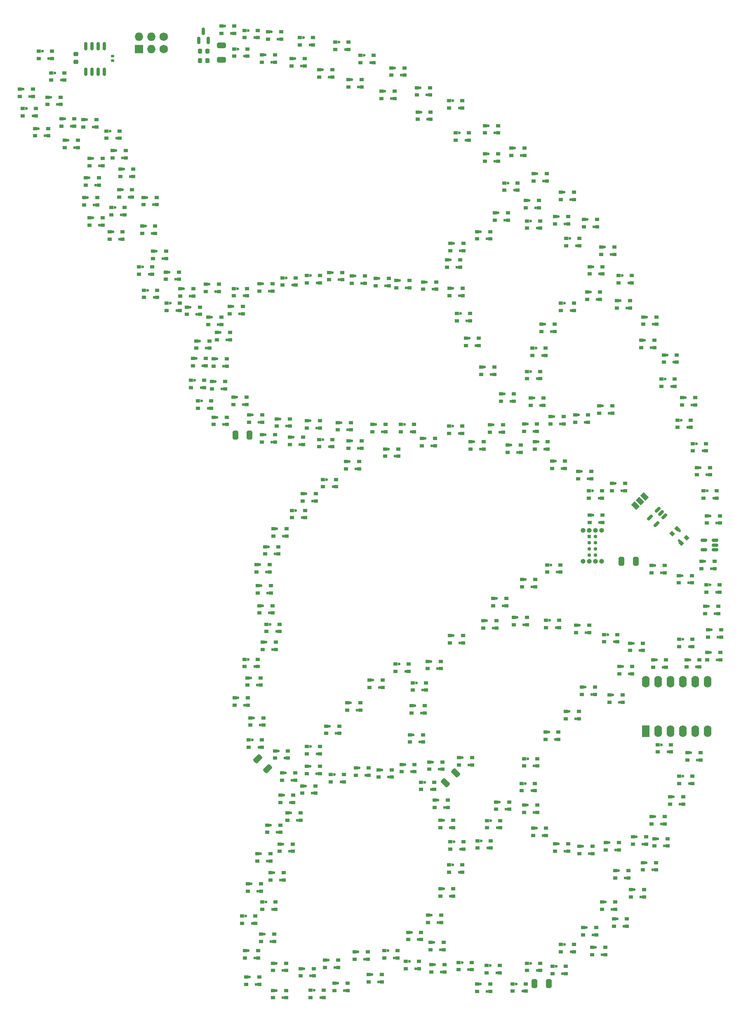
<source format=gbr>
%TF.GenerationSoftware,KiCad,Pcbnew,(6.99.0-3809-g2741d0eb4b)*%
%TF.CreationDate,2022-10-21T00:44:09-04:00*%
%TF.ProjectId,PortWing,506f7274-5769-46e6-972e-6b696361645f,rev?*%
%TF.SameCoordinates,Original*%
%TF.FileFunction,Soldermask,Top*%
%TF.FilePolarity,Negative*%
%FSLAX46Y46*%
G04 Gerber Fmt 4.6, Leading zero omitted, Abs format (unit mm)*
G04 Created by KiCad (PCBNEW (6.99.0-3809-g2741d0eb4b)) date 2022-10-21 00:44:09*
%MOMM*%
%LPD*%
G01*
G04 APERTURE LIST*
G04 Aperture macros list*
%AMRoundRect*
0 Rectangle with rounded corners*
0 $1 Rounding radius*
0 $2 $3 $4 $5 $6 $7 $8 $9 X,Y pos of 4 corners*
0 Add a 4 corners polygon primitive as box body*
4,1,4,$2,$3,$4,$5,$6,$7,$8,$9,$2,$3,0*
0 Add four circle primitives for the rounded corners*
1,1,$1+$1,$2,$3*
1,1,$1+$1,$4,$5*
1,1,$1+$1,$6,$7*
1,1,$1+$1,$8,$9*
0 Add four rect primitives between the rounded corners*
20,1,$1+$1,$2,$3,$4,$5,0*
20,1,$1+$1,$4,$5,$6,$7,0*
20,1,$1+$1,$6,$7,$8,$9,0*
20,1,$1+$1,$8,$9,$2,$3,0*%
%AMRotRect*
0 Rectangle, with rotation*
0 The origin of the aperture is its center*
0 $1 length*
0 $2 width*
0 $3 Rotation angle, in degrees counterclockwise*
0 Add horizontal line*
21,1,$1,$2,0,0,$3*%
G04 Aperture macros list end*
%ADD10C,0.600000*%
%ADD11R,0.900000X0.750000*%
%ADD12RotRect,0.900000X0.750000X135.000000*%
%ADD13O,1.000000X1.000000*%
%ADD14R,0.750000X0.750000*%
%ADD15O,0.750000X0.750000*%
%ADD16RoundRect,0.250000X-0.650000X0.325000X-0.650000X-0.325000X0.650000X-0.325000X0.650000X0.325000X0*%
%ADD17RoundRect,0.150000X0.256326X0.468458X-0.468458X-0.256326X-0.256326X-0.468458X0.468458X0.256326X0*%
%ADD18RoundRect,0.150000X0.150000X-0.587500X0.150000X0.587500X-0.150000X0.587500X-0.150000X-0.587500X0*%
%ADD19RoundRect,0.225000X0.250000X-0.225000X0.250000X0.225000X-0.250000X0.225000X-0.250000X-0.225000X0*%
%ADD20RoundRect,0.250000X-0.325000X-0.650000X0.325000X-0.650000X0.325000X0.650000X-0.325000X0.650000X0*%
%ADD21RoundRect,0.250000X-0.229810X0.689429X-0.689429X0.229810X0.229810X-0.689429X0.689429X-0.229810X0*%
%ADD22RotRect,1.000000X1.500000X225.000000*%
%ADD23RoundRect,0.250000X0.325000X0.650000X-0.325000X0.650000X-0.325000X-0.650000X0.325000X-0.650000X0*%
%ADD24RoundRect,0.150000X0.150000X-0.675000X0.150000X0.675000X-0.150000X0.675000X-0.150000X-0.675000X0*%
%ADD25R,1.600000X2.400000*%
%ADD26O,1.600000X2.400000*%
%ADD27RoundRect,0.150000X0.512500X0.150000X-0.512500X0.150000X-0.512500X-0.150000X0.512500X-0.150000X0*%
%ADD28O,1.727200X1.727200*%
%ADD29R,1.727200X1.727200*%
%ADD30C,1.727200*%
%ADD31RoundRect,0.140000X-0.170000X0.140000X-0.170000X-0.140000X0.170000X-0.140000X0.170000X0.140000X0*%
%ADD32RoundRect,0.250000X0.689429X0.229810X0.229810X0.689429X-0.689429X-0.229810X-0.229810X-0.689429X0*%
%ADD33RoundRect,0.225000X0.225000X0.250000X-0.225000X0.250000X-0.225000X-0.250000X0.225000X-0.250000X0*%
G04 APERTURE END LIST*
D10*
%TO.C,D187*%
X-272350000Y-1750000D03*
D11*
X-273049999Y-1749999D03*
X-273049999Y-3249999D03*
X-270349999Y-3249999D03*
D10*
X-271000000Y-3250000D03*
D11*
X-270349999Y-1749999D03*
%TD*%
D10*
%TO.C,D213*%
X-280808893Y-55676393D03*
D11*
X-281508892Y-55676392D03*
X-281508892Y-57176392D03*
X-278808892Y-57176392D03*
D10*
X-279458893Y-57176393D03*
D11*
X-278808892Y-55676392D03*
%TD*%
D10*
%TO.C,D37*%
X-204308893Y-194776393D03*
D11*
X-205008892Y-194776392D03*
X-205008892Y-196276392D03*
X-202308892Y-196276392D03*
D10*
X-202958893Y-196276393D03*
D11*
X-202308892Y-194776392D03*
%TD*%
D10*
%TO.C,D94*%
X-233008893Y-136576393D03*
D11*
X-233708892Y-136576392D03*
X-233708892Y-138076392D03*
X-231008892Y-138076392D03*
D10*
X-231658893Y-138076393D03*
D11*
X-231008892Y-136576392D03*
%TD*%
D10*
%TO.C,D241*%
X-248450000Y-83150000D03*
D11*
X-249149999Y-83149999D03*
X-249149999Y-84649999D03*
X-246449999Y-84649999D03*
D10*
X-247100000Y-84650000D03*
D11*
X-246449999Y-83149999D03*
%TD*%
D10*
%TO.C,D199*%
X-293100000Y-31100000D03*
D11*
X-293799999Y-31099999D03*
X-293799999Y-32599999D03*
X-291099999Y-32599999D03*
D10*
X-291750000Y-32600000D03*
D11*
X-291099999Y-31099999D03*
%TD*%
D10*
%TO.C,D102*%
X-261350000Y-150550000D03*
D11*
X-262049999Y-150549999D03*
X-262049999Y-152049999D03*
X-259349999Y-152049999D03*
D10*
X-260000000Y-152050000D03*
D11*
X-259349999Y-150549999D03*
%TD*%
D10*
%TO.C,D78*%
X-228550000Y-160650000D03*
D11*
X-229249999Y-160649999D03*
X-229249999Y-162149999D03*
X-226549999Y-162149999D03*
D10*
X-227200000Y-162150000D03*
D11*
X-226549999Y-160649999D03*
%TD*%
D10*
%TO.C,D216*%
X-279408893Y-59450000D03*
D11*
X-280108892Y-59449999D03*
X-280108892Y-60949999D03*
X-277408892Y-60949999D03*
D10*
X-278058893Y-60950000D03*
D11*
X-277408892Y-59449999D03*
%TD*%
D10*
%TO.C,D30*%
X-191450000Y-175150000D03*
D11*
X-192149999Y-175149999D03*
X-192149999Y-176649999D03*
X-189449999Y-176649999D03*
D10*
X-190100000Y-176650000D03*
D11*
X-189449999Y-175149999D03*
%TD*%
D10*
%TO.C,D82*%
X-227400000Y-178900000D03*
D11*
X-228099999Y-178899999D03*
X-228099999Y-180399999D03*
X-225399999Y-180399999D03*
D10*
X-226050000Y-180400000D03*
D11*
X-225399999Y-178899999D03*
%TD*%
D10*
%TO.C,D153*%
X-175508893Y-87476393D03*
D11*
X-176208892Y-87476392D03*
X-176208892Y-88976392D03*
X-173508892Y-88976392D03*
D10*
X-174158893Y-88976393D03*
D11*
X-173508892Y-87476392D03*
%TD*%
D10*
%TO.C,D12*%
X-198300000Y-137500000D03*
D11*
X-198999999Y-137499999D03*
X-198999999Y-138999999D03*
X-196299999Y-138999999D03*
D10*
X-196950000Y-139000000D03*
D11*
X-196299999Y-137499999D03*
%TD*%
D10*
%TO.C,D47*%
X-238850000Y-191600000D03*
D11*
X-239549999Y-191599999D03*
X-239549999Y-193099999D03*
X-236849999Y-193099999D03*
D10*
X-237500000Y-193100000D03*
D11*
X-236849999Y-191599999D03*
%TD*%
D10*
%TO.C,D45*%
X-234000000Y-187800000D03*
D11*
X-234699999Y-187799999D03*
X-234699999Y-189299999D03*
X-231999999Y-189299999D03*
D10*
X-232650000Y-189300000D03*
D11*
X-231999999Y-187799999D03*
%TD*%
D10*
%TO.C,D233*%
X-223950000Y-60750000D03*
D11*
X-224649999Y-60749999D03*
X-224649999Y-62249999D03*
X-221949999Y-62249999D03*
D10*
X-222600000Y-62250000D03*
D11*
X-221949999Y-60749999D03*
%TD*%
D10*
%TO.C,D253*%
X-273908893Y-70076393D03*
D11*
X-274608892Y-70076392D03*
X-274608892Y-71576392D03*
X-271908892Y-71576392D03*
D10*
X-272558893Y-71576393D03*
D11*
X-271908892Y-70076392D03*
%TD*%
D10*
%TO.C,D107*%
X-267550000Y-131750000D03*
D11*
X-268249999Y-131749999D03*
X-268249999Y-133249999D03*
X-265549999Y-133249999D03*
D10*
X-266200000Y-133250000D03*
D11*
X-265549999Y-131749999D03*
%TD*%
D10*
%TO.C,D152*%
X-178650000Y-82650000D03*
D11*
X-179349999Y-82649999D03*
X-179349999Y-84149999D03*
X-176649999Y-84149999D03*
D10*
X-177300000Y-84150000D03*
D11*
X-176649999Y-82649999D03*
%TD*%
D10*
%TO.C,D196*%
X-304500000Y-25200000D03*
D11*
X-305199999Y-25199999D03*
X-305199999Y-26699999D03*
X-302499999Y-26699999D03*
D10*
X-303150000Y-26700000D03*
D11*
X-302499999Y-25199999D03*
%TD*%
D10*
%TO.C,D159*%
X-194350000Y-47150000D03*
D11*
X-195049999Y-47149999D03*
X-195049999Y-48649999D03*
X-192349999Y-48649999D03*
D10*
X-193000000Y-48650000D03*
D11*
X-192349999Y-47149999D03*
%TD*%
D10*
%TO.C,D85*%
X-217750000Y-164850000D03*
D11*
X-218449999Y-164849999D03*
X-218449999Y-166349999D03*
X-215749999Y-166349999D03*
D10*
X-216400000Y-166350000D03*
D11*
X-215749999Y-164849999D03*
%TD*%
D10*
%TO.C,D53*%
X-256050000Y-195250000D03*
D11*
X-256749999Y-195249999D03*
X-256749999Y-196749999D03*
X-254049999Y-196749999D03*
D10*
X-254700000Y-196750000D03*
D11*
X-254049999Y-195249999D03*
%TD*%
D10*
%TO.C,D20*%
X-198850000Y-170150000D03*
D11*
X-199549999Y-170149999D03*
X-199549999Y-171649999D03*
X-196849999Y-171649999D03*
D10*
X-197500000Y-171650000D03*
D11*
X-196849999Y-170149999D03*
%TD*%
D10*
%TO.C,D206*%
X-299400000Y-41100000D03*
D11*
X-300099999Y-41099999D03*
X-300099999Y-42599999D03*
X-297399999Y-42599999D03*
D10*
X-298050000Y-42600000D03*
D11*
X-297399999Y-41099999D03*
%TD*%
D10*
%TO.C,D251*%
X-278550000Y-74500000D03*
D11*
X-279249999Y-74499999D03*
X-279249999Y-75999999D03*
X-276549999Y-75999999D03*
D10*
X-277200000Y-76000000D03*
D11*
X-276549999Y-74499999D03*
%TD*%
D10*
%TO.C,D170*%
X-218200000Y-22200000D03*
D11*
X-218899999Y-22199999D03*
X-218899999Y-23699999D03*
X-216199999Y-23699999D03*
D10*
X-216850000Y-23700000D03*
D11*
X-216199999Y-22199999D03*
%TD*%
D10*
%TO.C,D165*%
X-202650000Y-35900000D03*
D11*
X-203349999Y-35899999D03*
X-203349999Y-37399999D03*
X-200649999Y-37399999D03*
D10*
X-201300000Y-37400000D03*
D11*
X-200649999Y-35899999D03*
%TD*%
D10*
%TO.C,D116*%
X-255650000Y-97750000D03*
D11*
X-256349999Y-97749999D03*
X-256349999Y-99249999D03*
X-253649999Y-99249999D03*
D10*
X-254300000Y-99250000D03*
D11*
X-253649999Y-97749999D03*
%TD*%
D10*
%TO.C,D119*%
X-225550000Y-83850000D03*
D11*
X-226249999Y-83849999D03*
X-226249999Y-85349999D03*
X-223549999Y-85349999D03*
D10*
X-224200000Y-85350000D03*
D11*
X-223549999Y-83849999D03*
%TD*%
D10*
%TO.C,D62*%
X-262250000Y-175550000D03*
D11*
X-262949999Y-175549999D03*
X-262949999Y-177049999D03*
X-260249999Y-177049999D03*
D10*
X-260900000Y-177050000D03*
D11*
X-260249999Y-175549999D03*
%TD*%
D10*
%TO.C,D249*%
X-273950000Y-82050000D03*
D11*
X-274649999Y-82049999D03*
X-274649999Y-83549999D03*
X-271949999Y-83549999D03*
D10*
X-272600000Y-83550000D03*
D11*
X-271949999Y-82049999D03*
%TD*%
D10*
%TO.C,D86*%
X-215950000Y-161050000D03*
D11*
X-216649999Y-161049999D03*
X-216649999Y-162549999D03*
X-213949999Y-162549999D03*
D10*
X-214600000Y-162550000D03*
D11*
X-213949999Y-161049999D03*
%TD*%
D10*
%TO.C,D44*%
X-229408893Y-189876393D03*
D11*
X-230108892Y-189876392D03*
X-230108892Y-191376392D03*
X-227408892Y-191376392D03*
D10*
X-228058893Y-191376393D03*
D11*
X-227408892Y-189876392D03*
%TD*%
D10*
%TO.C,D14*%
X-205808893Y-146676393D03*
D11*
X-206508892Y-146676392D03*
X-206508892Y-148176392D03*
X-203808892Y-148176392D03*
D10*
X-204458893Y-148176393D03*
D11*
X-203808892Y-146676392D03*
%TD*%
D10*
%TO.C,D76*%
X-229650000Y-152850000D03*
D11*
X-230349999Y-152849999D03*
X-230349999Y-154349999D03*
X-227649999Y-154349999D03*
D10*
X-228300000Y-154350000D03*
D11*
X-227649999Y-152849999D03*
%TD*%
D10*
%TO.C,D68*%
X-255750000Y-157750000D03*
D11*
X-256449999Y-157749999D03*
X-256449999Y-159249999D03*
X-253749999Y-159249999D03*
D10*
X-254400000Y-159250000D03*
D11*
X-253749999Y-157749999D03*
%TD*%
D10*
%TO.C,D66*%
X-258800000Y-163300000D03*
D11*
X-259499999Y-163299999D03*
X-259499999Y-164799999D03*
X-256799999Y-164799999D03*
D10*
X-257450000Y-164800000D03*
D11*
X-256799999Y-163299999D03*
%TD*%
D10*
%TO.C,D163*%
X-209550000Y-41750000D03*
D11*
X-210249999Y-41749999D03*
X-210249999Y-43249999D03*
X-207549999Y-43249999D03*
D10*
X-208200000Y-43250000D03*
D11*
X-207549999Y-41749999D03*
%TD*%
D10*
%TO.C,D61*%
X-266908893Y-177876393D03*
D11*
X-267608892Y-177876392D03*
X-267608892Y-179376392D03*
X-264908892Y-179376392D03*
D10*
X-265558893Y-179376393D03*
D11*
X-264908892Y-177876392D03*
%TD*%
D10*
%TO.C,D195*%
X-300700000Y-21000000D03*
D11*
X-301399999Y-20999999D03*
X-301399999Y-22499999D03*
X-298699999Y-22499999D03*
D10*
X-299350000Y-22500000D03*
D11*
X-298699999Y-20999999D03*
%TD*%
D10*
%TO.C,D115*%
X-257800000Y-101200000D03*
D11*
X-258499999Y-101199999D03*
X-258499999Y-102699999D03*
X-255799999Y-102699999D03*
D10*
X-256450000Y-102700000D03*
D11*
X-255799999Y-101199999D03*
%TD*%
D10*
%TO.C,D96*%
X-233650000Y-147250000D03*
D11*
X-234349999Y-147249999D03*
X-234349999Y-148749999D03*
X-231649999Y-148749999D03*
D10*
X-232300000Y-148750000D03*
D11*
X-231649999Y-147249999D03*
%TD*%
D10*
%TO.C,D227*%
X-230908893Y-54276393D03*
D11*
X-231608892Y-54276392D03*
X-231608892Y-55776392D03*
X-228908892Y-55776392D03*
D10*
X-229558893Y-55776393D03*
D11*
X-228908892Y-54276392D03*
%TD*%
D10*
%TO.C,D9*%
X-188450000Y-128450000D03*
D11*
X-189149999Y-128449999D03*
X-189149999Y-129949999D03*
X-186449999Y-129949999D03*
D10*
X-187100000Y-129950000D03*
D11*
X-186449999Y-128449999D03*
%TD*%
D10*
%TO.C,D124*%
X-208008893Y-87076393D03*
D11*
X-208708892Y-87076392D03*
X-208708892Y-88576392D03*
X-206008892Y-88576392D03*
D10*
X-206658893Y-88576393D03*
D11*
X-206008892Y-87076392D03*
%TD*%
D10*
%TO.C,D70*%
X-254800000Y-153700000D03*
D11*
X-255499999Y-153699999D03*
X-255499999Y-155199999D03*
X-252799999Y-155199999D03*
D10*
X-253450000Y-155200000D03*
D11*
X-252799999Y-153699999D03*
%TD*%
D10*
%TO.C,D198*%
X-294700000Y-27300000D03*
D11*
X-295399999Y-27299999D03*
X-295399999Y-28799999D03*
X-292699999Y-28799999D03*
D10*
X-293350000Y-28800000D03*
D11*
X-292699999Y-27299999D03*
%TD*%
D10*
%TO.C,D226*%
X-236408893Y-53976393D03*
D11*
X-237108892Y-53976392D03*
X-237108892Y-55476392D03*
X-234408892Y-55476392D03*
D10*
X-235058893Y-55476393D03*
D11*
X-234408892Y-53976392D03*
%TD*%
D10*
%TO.C,D92*%
X-225400000Y-126900000D03*
D11*
X-226099999Y-126899999D03*
X-226099999Y-128399999D03*
X-223399999Y-128399999D03*
D10*
X-224050000Y-128400000D03*
D11*
X-223399999Y-126899999D03*
%TD*%
D10*
%TO.C,D125*%
X-204450000Y-91050000D03*
D11*
X-205149999Y-91049999D03*
X-205149999Y-92549999D03*
X-202449999Y-92549999D03*
D10*
X-203100000Y-92550000D03*
D11*
X-202449999Y-91049999D03*
%TD*%
D10*
%TO.C,D230*%
X-219850000Y-43950000D03*
D11*
X-220549999Y-43949999D03*
X-220549999Y-45449999D03*
X-217849999Y-45449999D03*
D10*
X-218500000Y-45450000D03*
D11*
X-217849999Y-43949999D03*
%TD*%
D10*
%TO.C,D120*%
X-221208893Y-87076393D03*
D11*
X-221908892Y-87076392D03*
X-221908892Y-88576392D03*
X-219208892Y-88576392D03*
D10*
X-219858893Y-88576393D03*
D11*
X-219208892Y-87076392D03*
%TD*%
D10*
%TO.C,D100*%
X-250808893Y-145476393D03*
D11*
X-251508892Y-145476392D03*
X-251508892Y-146976392D03*
X-248808892Y-146976392D03*
D10*
X-249458893Y-146976393D03*
D11*
X-248808892Y-145476392D03*
%TD*%
D10*
%TO.C,D74*%
X-235350000Y-153350000D03*
D11*
X-236049999Y-153349999D03*
X-236049999Y-154849999D03*
X-233349999Y-154849999D03*
D10*
X-234000000Y-154850000D03*
D11*
X-233349999Y-153349999D03*
%TD*%
D10*
%TO.C,D3*%
X-173008893Y-120876393D03*
D11*
X-173708892Y-120876392D03*
X-173708892Y-122376392D03*
X-171008892Y-122376392D03*
D10*
X-171658893Y-122376393D03*
D11*
X-171008892Y-120876392D03*
%TD*%
D10*
%TO.C,D228*%
X-226008893Y-49776393D03*
D11*
X-226708892Y-49776392D03*
X-226708892Y-51276392D03*
X-224008892Y-51276392D03*
D10*
X-224658893Y-51276393D03*
D11*
X-224008892Y-49776392D03*
%TD*%
D10*
%TO.C,D72*%
X-244750000Y-154050000D03*
D11*
X-245449999Y-154049999D03*
X-245449999Y-155549999D03*
X-242749999Y-155549999D03*
D10*
X-243400000Y-155550000D03*
D11*
X-242749999Y-154049999D03*
%TD*%
D10*
%TO.C,D98*%
X-241950000Y-136050000D03*
D11*
X-242649999Y-136049999D03*
X-242649999Y-137549999D03*
X-239949999Y-137549999D03*
D10*
X-240600000Y-137550000D03*
D11*
X-239949999Y-136049999D03*
%TD*%
D10*
%TO.C,D190*%
X-308050000Y-16350000D03*
D11*
X-308749999Y-16349999D03*
X-308749999Y-17849999D03*
X-306049999Y-17849999D03*
D10*
X-306700000Y-17850000D03*
D11*
X-306049999Y-16349999D03*
%TD*%
D10*
%TO.C,D193*%
X-310600000Y-22800000D03*
D11*
X-311299999Y-22799999D03*
X-311299999Y-24299999D03*
X-308599999Y-24299999D03*
D10*
X-309250000Y-24300000D03*
D11*
X-308599999Y-22799999D03*
%TD*%
D10*
%TO.C,D54*%
X-261750000Y-199750000D03*
D11*
X-262449999Y-199749999D03*
X-262449999Y-201249999D03*
X-259749999Y-201249999D03*
D10*
X-260400000Y-201250000D03*
D11*
X-259749999Y-199749999D03*
%TD*%
D10*
%TO.C,D22*%
X-187808893Y-168176393D03*
D11*
X-188508892Y-168176392D03*
X-188508892Y-169676392D03*
X-185808892Y-169676392D03*
D10*
X-186458893Y-169676393D03*
D11*
X-185808892Y-168176392D03*
%TD*%
D10*
%TO.C,D154*%
X-174708893Y-92376393D03*
D11*
X-175408892Y-92376392D03*
X-175408892Y-93876392D03*
X-172708892Y-93876392D03*
D10*
X-173358893Y-93876393D03*
D11*
X-172708892Y-92376392D03*
%TD*%
D10*
%TO.C,D239*%
X-246750000Y-91150000D03*
D11*
X-247449999Y-91149999D03*
X-247449999Y-92649999D03*
X-244749999Y-92649999D03*
D10*
X-245400000Y-92650000D03*
D11*
X-244749999Y-91149999D03*
%TD*%
D10*
%TO.C,D81*%
X-225550000Y-173950000D03*
D11*
X-226249999Y-173949999D03*
X-226249999Y-175449999D03*
X-223549999Y-175449999D03*
D10*
X-224200000Y-175450000D03*
D11*
X-223549999Y-173949999D03*
%TD*%
D10*
%TO.C,D242*%
X-252208893Y-86623607D03*
D11*
X-252908892Y-86623606D03*
X-252908892Y-88123606D03*
X-250208892Y-88123606D03*
D10*
X-250858893Y-88123607D03*
D11*
X-250208892Y-86623606D03*
%TD*%
D10*
%TO.C,D48*%
X-244950000Y-191850000D03*
D11*
X-245649999Y-191849999D03*
X-245649999Y-193349999D03*
X-242949999Y-193349999D03*
D10*
X-243600000Y-193350000D03*
D11*
X-242949999Y-191849999D03*
%TD*%
D10*
%TO.C,D135*%
X-196750000Y-102150000D03*
D11*
X-197449999Y-102149999D03*
X-197449999Y-103649999D03*
X-194749999Y-103649999D03*
D10*
X-195400000Y-103650000D03*
D11*
X-194749999Y-102149999D03*
%TD*%
D10*
%TO.C,D79*%
X-227400000Y-164800000D03*
D11*
X-228099999Y-164799999D03*
X-228099999Y-166299999D03*
X-225399999Y-166299999D03*
D10*
X-226050000Y-166300000D03*
D11*
X-225399999Y-164799999D03*
%TD*%
D10*
%TO.C,D10*%
X-190650000Y-133250000D03*
D11*
X-191349999Y-133249999D03*
X-191349999Y-134749999D03*
X-188649999Y-134749999D03*
D10*
X-189300000Y-134750000D03*
D11*
X-188649999Y-133249999D03*
%TD*%
D10*
%TO.C,D128*%
X-192150000Y-95650000D03*
D11*
X-192849999Y-95649999D03*
X-192849999Y-97149999D03*
X-190149999Y-97149999D03*
D10*
X-190800000Y-97150000D03*
D11*
X-190149999Y-95649999D03*
%TD*%
D10*
%TO.C,D237*%
X-238708893Y-88576393D03*
D11*
X-239408892Y-88576392D03*
X-239408892Y-90076392D03*
X-236708892Y-90076392D03*
D10*
X-237358893Y-90076393D03*
D11*
X-236708892Y-88576392D03*
%TD*%
D10*
%TO.C,D21*%
X-193408893Y-169376393D03*
D11*
X-194108892Y-169376392D03*
X-194108892Y-170876392D03*
X-191408892Y-170876392D03*
D10*
X-192058893Y-170876393D03*
D11*
X-191408892Y-169376392D03*
%TD*%
D10*
%TO.C,D164*%
X-209850000Y-37550000D03*
D11*
X-210549999Y-37549999D03*
X-210549999Y-39049999D03*
X-207849999Y-39049999D03*
D10*
X-208500000Y-39050000D03*
D11*
X-207849999Y-37549999D03*
%TD*%
D10*
%TO.C,D246*%
X-266650000Y-81576393D03*
D11*
X-267349999Y-81576392D03*
X-267349999Y-83076392D03*
X-264649999Y-83076392D03*
D10*
X-265300000Y-83076393D03*
D11*
X-264649999Y-81576392D03*
%TD*%
D10*
%TO.C,D185*%
X-267550000Y-2650000D03*
D11*
X-268249999Y-2649999D03*
X-268249999Y-4149999D03*
X-265549999Y-4149999D03*
D10*
X-266200000Y-4150000D03*
D11*
X-265549999Y-2649999D03*
%TD*%
D10*
%TO.C,D197*%
X-295900000Y-23300000D03*
D11*
X-296599999Y-23299999D03*
X-296599999Y-24799999D03*
X-293899999Y-24799999D03*
D10*
X-294550000Y-24800000D03*
D11*
X-293899999Y-23299999D03*
%TD*%
D10*
%TO.C,D11*%
X-192650000Y-139050000D03*
D11*
X-193349999Y-139049999D03*
X-193349999Y-140549999D03*
X-190649999Y-140549999D03*
D10*
X-191300000Y-140550000D03*
D11*
X-190649999Y-139049999D03*
%TD*%
D10*
%TO.C,D28*%
X-183408893Y-168576393D03*
D11*
X-184108892Y-168576392D03*
X-184108892Y-170076392D03*
X-181408892Y-170076392D03*
D10*
X-182058893Y-170076393D03*
D11*
X-181408892Y-168576392D03*
%TD*%
D10*
%TO.C,D220*%
X-264550000Y-54650000D03*
D11*
X-265249999Y-54649999D03*
X-265249999Y-56149999D03*
X-262549999Y-56149999D03*
D10*
X-263200000Y-56150000D03*
D11*
X-262549999Y-54649999D03*
%TD*%
D10*
%TO.C,D8*%
X-183708893Y-131876393D03*
D11*
X-184408892Y-131876392D03*
X-184408892Y-133376392D03*
X-181708892Y-133376392D03*
D10*
X-182358893Y-133376393D03*
D11*
X-181708892Y-131876392D03*
%TD*%
D10*
%TO.C,D2*%
X-173750000Y-111650000D03*
D11*
X-174449999Y-111649999D03*
X-174449999Y-113149999D03*
X-171749999Y-113149999D03*
D10*
X-172400000Y-113150000D03*
D11*
X-171749999Y-111649999D03*
%TD*%
D10*
%TO.C,D129*%
X-178929289Y-105410051D03*
D12*
X-179424263Y-104915075D03*
X-180484923Y-105975735D03*
X-178575735Y-107884923D03*
D10*
X-179035355Y-107425305D03*
D12*
X-177515075Y-106824263D03*
%TD*%
D10*
%TO.C,D158*%
X-196750000Y-51150000D03*
D11*
X-197449999Y-51149999D03*
X-197449999Y-52649999D03*
X-194749999Y-52649999D03*
D10*
X-195400000Y-52650000D03*
D11*
X-194749999Y-51149999D03*
%TD*%
D10*
%TO.C,D59*%
X-268050000Y-184450000D03*
D11*
X-268749999Y-184449999D03*
X-268749999Y-185949999D03*
X-266049999Y-185949999D03*
D10*
X-266700000Y-185950000D03*
D11*
X-266049999Y-184449999D03*
%TD*%
D10*
%TO.C,D248*%
X-269850000Y-77950000D03*
D11*
X-270549999Y-77949999D03*
X-270549999Y-79449999D03*
X-267849999Y-79449999D03*
D10*
X-268500000Y-79450000D03*
D11*
X-267849999Y-77949999D03*
%TD*%
D10*
%TO.C,D252*%
X-274250000Y-74750000D03*
D11*
X-274949999Y-74749999D03*
X-274949999Y-76249999D03*
X-272249999Y-76249999D03*
D10*
X-272900000Y-76250000D03*
D11*
X-272249999Y-74749999D03*
%TD*%
D10*
%TO.C,D167*%
X-214208893Y-33976393D03*
D11*
X-214908892Y-33976392D03*
X-214908892Y-35476392D03*
X-212208892Y-35476392D03*
D10*
X-212858893Y-35476393D03*
D11*
X-212208892Y-33976392D03*
%TD*%
D10*
%TO.C,D238*%
X-241350000Y-83550000D03*
D11*
X-242049999Y-83549999D03*
X-242049999Y-85049999D03*
X-239349999Y-85049999D03*
D10*
X-240000000Y-85050000D03*
D11*
X-239349999Y-83549999D03*
%TD*%
D10*
%TO.C,D4*%
X-172408893Y-125676393D03*
D11*
X-173108892Y-125676392D03*
X-173108892Y-127176392D03*
X-170408892Y-127176392D03*
D10*
X-171058893Y-127176393D03*
D11*
X-170408892Y-125676392D03*
%TD*%
D10*
%TO.C,D137*%
X-199708893Y-81576393D03*
D11*
X-200408892Y-81576392D03*
X-200408892Y-83076392D03*
X-197708892Y-83076392D03*
D10*
X-198358893Y-83076393D03*
D11*
X-197708892Y-81576392D03*
%TD*%
D10*
%TO.C,D139*%
X-208850000Y-78150000D03*
D11*
X-209549999Y-78149999D03*
X-209549999Y-79649999D03*
X-206849999Y-79649999D03*
D10*
X-207500000Y-79650000D03*
D11*
X-206849999Y-78149999D03*
%TD*%
D10*
%TO.C,D121*%
X-217200000Y-83600000D03*
D11*
X-217899999Y-83599999D03*
X-217899999Y-85099999D03*
X-215199999Y-85099999D03*
D10*
X-215850000Y-85100000D03*
D11*
X-215199999Y-83599999D03*
%TD*%
D10*
%TO.C,D31*%
X-188250000Y-179050000D03*
D11*
X-188949999Y-179049999D03*
X-188949999Y-180549999D03*
X-186249999Y-180549999D03*
D10*
X-186900000Y-180550000D03*
D11*
X-186249999Y-179049999D03*
%TD*%
D10*
%TO.C,D182*%
X-257950000Y-8450000D03*
D11*
X-258649999Y-8449999D03*
X-258649999Y-9949999D03*
X-255949999Y-9949999D03*
D10*
X-256600000Y-9950000D03*
D11*
X-255949999Y-8449999D03*
%TD*%
D10*
%TO.C,D250*%
X-277100000Y-78700000D03*
D11*
X-277799999Y-78699999D03*
X-277799999Y-80199999D03*
X-275099999Y-80199999D03*
D10*
X-275750000Y-80200000D03*
D11*
X-275099999Y-78699999D03*
%TD*%
D10*
%TO.C,D123*%
X-210208893Y-83476393D03*
D11*
X-210908892Y-83476392D03*
X-210908892Y-84976392D03*
X-208208892Y-84976392D03*
D10*
X-208858893Y-84976393D03*
D11*
X-208208892Y-83476392D03*
%TD*%
D10*
%TO.C,D243*%
X-254800000Y-82800000D03*
D11*
X-255499999Y-82799999D03*
X-255499999Y-84299999D03*
X-252799999Y-84299999D03*
D10*
X-253450000Y-84300000D03*
D11*
X-252799999Y-82799999D03*
%TD*%
D10*
%TO.C,D247*%
X-264050000Y-85650000D03*
D11*
X-264749999Y-85649999D03*
X-264749999Y-87149999D03*
X-262049999Y-87149999D03*
D10*
X-262700000Y-87150000D03*
D11*
X-262049999Y-85649999D03*
%TD*%
D10*
%TO.C,D113*%
X-263350000Y-108650000D03*
D11*
X-264049999Y-108649999D03*
X-264049999Y-110149999D03*
X-261349999Y-110149999D03*
D10*
X-262000000Y-110150000D03*
D11*
X-261349999Y-108649999D03*
%TD*%
D10*
%TO.C,D245*%
X-261000000Y-82400000D03*
D11*
X-261699999Y-82399999D03*
X-261699999Y-83899999D03*
X-258999999Y-83899999D03*
D10*
X-259650000Y-83900000D03*
D11*
X-258999999Y-82399999D03*
%TD*%
D10*
%TO.C,D26*%
X-176650000Y-150950000D03*
D11*
X-177349999Y-150949999D03*
X-177349999Y-152449999D03*
X-174649999Y-152449999D03*
D10*
X-175300000Y-152450000D03*
D11*
X-174649999Y-150949999D03*
%TD*%
D10*
%TO.C,D39*%
X-212500000Y-198400000D03*
D11*
X-213199999Y-198399999D03*
X-213199999Y-199899999D03*
X-210499999Y-199899999D03*
D10*
X-211150000Y-199900000D03*
D11*
X-210499999Y-198399999D03*
%TD*%
D10*
%TO.C,D105*%
X-269608893Y-139676393D03*
D11*
X-270308892Y-139676392D03*
X-270308892Y-141176392D03*
X-267608892Y-141176392D03*
D10*
X-268258893Y-141176393D03*
D11*
X-267608892Y-139676392D03*
%TD*%
D10*
%TO.C,D209*%
X-286400000Y-48000000D03*
D11*
X-287099999Y-47999999D03*
X-287099999Y-49499999D03*
X-284399999Y-49499999D03*
D10*
X-285050000Y-49500000D03*
D11*
X-284399999Y-47999999D03*
%TD*%
D10*
%TO.C,D210*%
X-289208893Y-51176393D03*
D11*
X-289908892Y-51176392D03*
X-289908892Y-52676392D03*
X-287208892Y-52676392D03*
D10*
X-287858893Y-52676393D03*
D11*
X-287208892Y-51176392D03*
%TD*%
D10*
%TO.C,D192*%
X-313100000Y-18700000D03*
D11*
X-313799999Y-18699999D03*
X-313799999Y-20199999D03*
X-311099999Y-20199999D03*
D10*
X-311750000Y-20200000D03*
D11*
X-311099999Y-18699999D03*
%TD*%
D10*
%TO.C,D57*%
X-267508893Y-191576393D03*
D11*
X-268208892Y-191576392D03*
X-268208892Y-193076392D03*
X-265508892Y-193076392D03*
D10*
X-266158893Y-193076393D03*
D11*
X-265508892Y-191576392D03*
%TD*%
D10*
%TO.C,D244*%
X-258250000Y-86150000D03*
D11*
X-258949999Y-86149999D03*
X-258949999Y-87649999D03*
X-256249999Y-87649999D03*
D10*
X-256900000Y-87650000D03*
D11*
X-256249999Y-86149999D03*
%TD*%
D10*
%TO.C,D171*%
X-224200000Y-23700000D03*
D11*
X-224899999Y-23699999D03*
X-224899999Y-25199999D03*
X-222199999Y-25199999D03*
D10*
X-222850000Y-25200000D03*
D11*
X-222199999Y-23699999D03*
%TD*%
D10*
%TO.C,D63*%
X-264950000Y-171650000D03*
D11*
X-265649999Y-171649999D03*
X-265649999Y-173149999D03*
X-262949999Y-173149999D03*
D10*
X-263600000Y-173150000D03*
D11*
X-262949999Y-171649999D03*
%TD*%
D10*
%TO.C,D136*%
X-204750000Y-81950000D03*
D11*
X-205449999Y-81949999D03*
X-205449999Y-83449999D03*
X-202749999Y-83449999D03*
D10*
X-203400000Y-83450000D03*
D11*
X-202749999Y-81949999D03*
%TD*%
D10*
%TO.C,D219*%
X-269750000Y-55650000D03*
D11*
X-270449999Y-55649999D03*
X-270449999Y-57149999D03*
X-267749999Y-57149999D03*
D10*
X-268400000Y-57150000D03*
D11*
X-267749999Y-55649999D03*
%TD*%
D10*
%TO.C,D93*%
X-230008893Y-132176393D03*
D11*
X-230708892Y-132176392D03*
X-230708892Y-133676392D03*
X-228008892Y-133676392D03*
D10*
X-228658893Y-133676393D03*
D11*
X-228008892Y-132176392D03*
%TD*%
D10*
%TO.C,D134*%
X-216508893Y-119276393D03*
D11*
X-217208892Y-119276392D03*
X-217208892Y-120776392D03*
X-214508892Y-120776392D03*
D10*
X-215158893Y-120776393D03*
D11*
X-214508892Y-119276392D03*
%TD*%
D10*
%TO.C,D17*%
X-210200000Y-161700000D03*
D11*
X-210899999Y-161699999D03*
X-210899999Y-163199999D03*
X-208199999Y-163199999D03*
D10*
X-208850000Y-163200000D03*
D11*
X-208199999Y-161699999D03*
%TD*%
D10*
%TO.C,D34*%
X-198050000Y-186850000D03*
D11*
X-198749999Y-186849999D03*
X-198749999Y-188349999D03*
X-196049999Y-188349999D03*
D10*
X-196700000Y-188350000D03*
D11*
X-196049999Y-186849999D03*
%TD*%
D10*
%TO.C,D177*%
X-243750000Y-7750000D03*
D11*
X-244449999Y-7749999D03*
X-244449999Y-9249999D03*
X-241749999Y-9249999D03*
D10*
X-242400000Y-9250000D03*
D11*
X-241749999Y-7749999D03*
%TD*%
D10*
%TO.C,D88*%
X-199508893Y-124776393D03*
D11*
X-200208892Y-124776392D03*
X-200208892Y-126276392D03*
X-197508892Y-126276392D03*
D10*
X-198158893Y-126276393D03*
D11*
X-197508892Y-124776392D03*
%TD*%
D10*
%TO.C,D84*%
X-219700000Y-169000000D03*
D11*
X-220399999Y-168999999D03*
X-220399999Y-170499999D03*
X-217699999Y-170499999D03*
D10*
X-218350000Y-170500000D03*
D11*
X-217699999Y-168999999D03*
%TD*%
D10*
%TO.C,D240*%
X-246250000Y-86950000D03*
D11*
X-246949999Y-86949999D03*
X-246949999Y-88449999D03*
X-244249999Y-88449999D03*
D10*
X-244900000Y-88450000D03*
D11*
X-244249999Y-86949999D03*
%TD*%
D10*
%TO.C,D90*%
X-212308893Y-123176393D03*
D11*
X-213008892Y-123176392D03*
X-213008892Y-124676392D03*
X-210308892Y-124676392D03*
D10*
X-210958893Y-124676393D03*
D11*
X-210308892Y-123176392D03*
%TD*%
D10*
%TO.C,D126*%
X-199100000Y-93200000D03*
D11*
X-199799999Y-93199999D03*
X-199799999Y-94699999D03*
X-197099999Y-94699999D03*
D10*
X-197750000Y-94700000D03*
D11*
X-197099999Y-93199999D03*
%TD*%
D10*
%TO.C,D229*%
X-225350000Y-46350000D03*
D11*
X-226049999Y-46349999D03*
X-226049999Y-47849999D03*
X-223349999Y-47849999D03*
D10*
X-224000000Y-47850000D03*
D11*
X-223349999Y-46349999D03*
%TD*%
D10*
%TO.C,D109*%
X-263050000Y-124550000D03*
D11*
X-263749999Y-124549999D03*
X-263749999Y-126049999D03*
X-261049999Y-126049999D03*
D10*
X-261700000Y-126050000D03*
D11*
X-261049999Y-124549999D03*
%TD*%
D10*
%TO.C,D87*%
X-193708893Y-126676393D03*
D11*
X-194408892Y-126676392D03*
X-194408892Y-128176392D03*
X-191708892Y-128176392D03*
D10*
X-192358893Y-128176393D03*
D11*
X-191708892Y-126676392D03*
%TD*%
D10*
%TO.C,D189*%
X-309800000Y-6900000D03*
D11*
X-310499999Y-6899999D03*
X-310499999Y-8399999D03*
X-307799999Y-8399999D03*
D10*
X-308450000Y-8400000D03*
D11*
X-307799999Y-6899999D03*
%TD*%
D10*
%TO.C,D24*%
X-180208893Y-159976393D03*
D11*
X-180908892Y-159976392D03*
X-180908892Y-161476392D03*
X-178208892Y-161476392D03*
D10*
X-178858893Y-161476393D03*
D11*
X-178208892Y-159976392D03*
%TD*%
D10*
%TO.C,D256*%
X-273250000Y-64650000D03*
D11*
X-273949999Y-64649999D03*
X-273949999Y-66149999D03*
X-271249999Y-66149999D03*
D10*
X-271900000Y-66150000D03*
D11*
X-271249999Y-64649999D03*
%TD*%
D10*
%TO.C,D207*%
X-295300000Y-44000000D03*
D11*
X-295999999Y-43999999D03*
X-295999999Y-45499999D03*
X-293299999Y-45499999D03*
D10*
X-293950000Y-45500000D03*
D11*
X-293299999Y-43999999D03*
%TD*%
D10*
%TO.C,D95*%
X-233300000Y-141300000D03*
D11*
X-233999999Y-141299999D03*
X-233999999Y-142799999D03*
X-231299999Y-142799999D03*
D10*
X-231950000Y-142800000D03*
D11*
X-231299999Y-141299999D03*
%TD*%
D10*
%TO.C,D106*%
X-267008893Y-135576393D03*
D11*
X-267708892Y-135576392D03*
X-267708892Y-137076392D03*
X-265008892Y-137076392D03*
D10*
X-265658893Y-137076393D03*
D11*
X-265008892Y-135576392D03*
%TD*%
D10*
%TO.C,D208*%
X-288608893Y-42823607D03*
D11*
X-289308892Y-42823606D03*
X-289308892Y-44323606D03*
X-286608892Y-44323606D03*
D10*
X-287258893Y-44323607D03*
D11*
X-286608892Y-42823606D03*
%TD*%
D10*
%TO.C,D205*%
X-294900000Y-39000000D03*
D11*
X-295599999Y-38999999D03*
X-295599999Y-40499999D03*
X-292899999Y-40499999D03*
D10*
X-293550000Y-40500000D03*
D11*
X-292899999Y-38999999D03*
%TD*%
D10*
%TO.C,D77*%
X-223550000Y-151950000D03*
D11*
X-224249999Y-151949999D03*
X-224249999Y-153449999D03*
X-221549999Y-153449999D03*
D10*
X-222200000Y-153450000D03*
D11*
X-221549999Y-151949999D03*
%TD*%
D10*
%TO.C,D215*%
X-275550000Y-54750000D03*
D11*
X-276249999Y-54749999D03*
X-276249999Y-56249999D03*
X-273549999Y-56249999D03*
D10*
X-274200000Y-56250000D03*
D11*
X-273549999Y-54749999D03*
%TD*%
D10*
%TO.C,D19*%
X-203850000Y-169650000D03*
D11*
X-204549999Y-169649999D03*
X-204549999Y-171149999D03*
X-201849999Y-171149999D03*
D10*
X-202500000Y-171150000D03*
D11*
X-201849999Y-169649999D03*
%TD*%
D10*
%TO.C,D168*%
X-212800000Y-26800000D03*
D11*
X-213499999Y-26799999D03*
X-213499999Y-28299999D03*
X-210799999Y-28299999D03*
D10*
X-211450000Y-28300000D03*
D11*
X-210799999Y-26799999D03*
%TD*%
D10*
%TO.C,D49*%
X-242100000Y-196500000D03*
D11*
X-242799999Y-196499999D03*
X-242799999Y-197999999D03*
X-240099999Y-197999999D03*
D10*
X-240750000Y-198000000D03*
D11*
X-240099999Y-196499999D03*
%TD*%
D10*
%TO.C,D52*%
X-254000000Y-199700000D03*
D11*
X-254699999Y-199699999D03*
X-254699999Y-201199999D03*
X-251999999Y-201199999D03*
D10*
X-252650000Y-201200000D03*
D11*
X-251999999Y-199699999D03*
%TD*%
D10*
%TO.C,D186*%
X-269650000Y-6450000D03*
D11*
X-270349999Y-6449999D03*
X-270349999Y-7949999D03*
X-267649999Y-7949999D03*
D10*
X-268300000Y-7950000D03*
D11*
X-267649999Y-6449999D03*
%TD*%
D10*
%TO.C,D103*%
X-266700000Y-148300000D03*
D11*
X-267399999Y-148299999D03*
X-267399999Y-149799999D03*
X-264699999Y-149799999D03*
D10*
X-265350000Y-149800000D03*
D11*
X-264699999Y-148299999D03*
%TD*%
D10*
%TO.C,D89*%
X-205650000Y-123750000D03*
D11*
X-206349999Y-123749999D03*
X-206349999Y-125249999D03*
X-203649999Y-125249999D03*
D10*
X-204300000Y-125250000D03*
D11*
X-203649999Y-123749999D03*
%TD*%
D10*
%TO.C,D183*%
X-264008893Y-7676393D03*
D11*
X-264708892Y-7676392D03*
X-264708892Y-9176392D03*
X-262008892Y-9176392D03*
D10*
X-262658893Y-9176393D03*
D11*
X-262008892Y-7676392D03*
%TD*%
D10*
%TO.C,D222*%
X-254750000Y-52950000D03*
D11*
X-255449999Y-52949999D03*
X-255449999Y-54449999D03*
X-252749999Y-54449999D03*
D10*
X-253400000Y-54450000D03*
D11*
X-252749999Y-52949999D03*
%TD*%
D10*
%TO.C,D156*%
X-172650000Y-102300000D03*
D11*
X-173349999Y-102299999D03*
X-173349999Y-103799999D03*
X-170649999Y-103799999D03*
D10*
X-171300000Y-103800000D03*
D11*
X-170649999Y-102299999D03*
%TD*%
D10*
%TO.C,D147*%
X-185708893Y-61476393D03*
D11*
X-186408892Y-61476392D03*
X-186408892Y-62976392D03*
X-183708892Y-62976392D03*
D10*
X-184358893Y-62976393D03*
D11*
X-183708892Y-61476392D03*
%TD*%
D10*
%TO.C,D71*%
X-249850000Y-155400000D03*
D11*
X-250549999Y-155399999D03*
X-250549999Y-156899999D03*
X-247849999Y-156899999D03*
D10*
X-248500000Y-156900000D03*
D11*
X-247849999Y-155399999D03*
%TD*%
D10*
%TO.C,D56*%
X-267250000Y-197000000D03*
D11*
X-267949999Y-196999999D03*
X-267949999Y-198499999D03*
X-265249999Y-198499999D03*
D10*
X-265900000Y-198500000D03*
D11*
X-265249999Y-196999999D03*
%TD*%
D10*
%TO.C,D235*%
X-219000000Y-71800000D03*
D11*
X-219699999Y-71799999D03*
X-219699999Y-73299999D03*
X-216999999Y-73299999D03*
D10*
X-217650000Y-73300000D03*
D11*
X-216999999Y-71799999D03*
%TD*%
D10*
%TO.C,D27*%
X-182708893Y-149276393D03*
D11*
X-183408892Y-149276392D03*
X-183408892Y-150776392D03*
X-180708892Y-150776392D03*
D10*
X-181358893Y-150776393D03*
D11*
X-180708892Y-149276392D03*
%TD*%
D10*
%TO.C,D133*%
X-210608893Y-115376393D03*
D11*
X-211308892Y-115376392D03*
X-211308892Y-116876392D03*
X-208608892Y-116876392D03*
D10*
X-209258893Y-116876393D03*
D11*
X-208608892Y-115376392D03*
%TD*%
D10*
%TO.C,D144*%
X-202608893Y-58676393D03*
D11*
X-203308892Y-58676392D03*
X-203308892Y-60176392D03*
X-200608892Y-60176392D03*
D10*
X-201258893Y-60176393D03*
D11*
X-200608892Y-58676392D03*
%TD*%
D10*
%TO.C,D73*%
X-240050000Y-154450000D03*
D11*
X-240749999Y-154449999D03*
X-240749999Y-155949999D03*
X-238049999Y-155949999D03*
D10*
X-238700000Y-155950000D03*
D11*
X-238049999Y-154449999D03*
%TD*%
D10*
%TO.C,D176*%
X-239450000Y-15150000D03*
D11*
X-240149999Y-15149999D03*
X-240149999Y-16649999D03*
X-237449999Y-16649999D03*
D10*
X-238100000Y-16650000D03*
D11*
X-237449999Y-15149999D03*
%TD*%
D10*
%TO.C,D254*%
X-278200000Y-70000000D03*
D11*
X-278899999Y-69999999D03*
X-278899999Y-71499999D03*
X-276199999Y-71499999D03*
D10*
X-276850000Y-71500000D03*
D11*
X-276199999Y-69999999D03*
%TD*%
D10*
%TO.C,D174*%
X-232200000Y-14400000D03*
D11*
X-232899999Y-14399999D03*
X-232899999Y-15899999D03*
X-230199999Y-15899999D03*
D10*
X-230850000Y-15900000D03*
D11*
X-230199999Y-14399999D03*
%TD*%
D10*
%TO.C,D97*%
X-236550000Y-132750000D03*
D11*
X-237249999Y-132749999D03*
X-237249999Y-134249999D03*
X-234549999Y-134249999D03*
D10*
X-235200000Y-134250000D03*
D11*
X-234549999Y-132749999D03*
%TD*%
D10*
%TO.C,D6*%
X-178308893Y-127676393D03*
D11*
X-179008892Y-127676392D03*
X-179008892Y-129176392D03*
X-176308892Y-129176392D03*
D10*
X-176958893Y-129176393D03*
D11*
X-176308892Y-127676392D03*
%TD*%
D10*
%TO.C,D146*%
X-191150000Y-58150000D03*
D11*
X-191849999Y-58149999D03*
X-191849999Y-59649999D03*
X-189149999Y-59649999D03*
D10*
X-189800000Y-59650000D03*
D11*
X-189149999Y-58149999D03*
%TD*%
D10*
%TO.C,D67*%
X-260250000Y-159650000D03*
D11*
X-260949999Y-159649999D03*
X-260949999Y-161149999D03*
X-258249999Y-161149999D03*
D10*
X-258900000Y-161150000D03*
D11*
X-258249999Y-159649999D03*
%TD*%
D10*
%TO.C,D150*%
X-181950000Y-74250000D03*
D11*
X-182649999Y-74249999D03*
X-182649999Y-75749999D03*
X-179949999Y-75749999D03*
D10*
X-180600000Y-75750000D03*
D11*
X-179949999Y-74249999D03*
%TD*%
D10*
%TO.C,D15*%
X-210150000Y-152150000D03*
D11*
X-210849999Y-152149999D03*
X-210849999Y-153649999D03*
X-208149999Y-153649999D03*
D10*
X-208800000Y-153650000D03*
D11*
X-208149999Y-152149999D03*
%TD*%
D10*
%TO.C,D202*%
X-300500000Y-37000000D03*
D11*
X-301199999Y-36999999D03*
X-301199999Y-38499999D03*
X-298499999Y-38499999D03*
D10*
X-299150000Y-38500000D03*
D11*
X-298499999Y-36999999D03*
%TD*%
D10*
%TO.C,D118*%
X-231200000Y-86400000D03*
D11*
X-231899999Y-86399999D03*
X-231899999Y-87899999D03*
X-229199999Y-87899999D03*
D10*
X-229850000Y-87900000D03*
D11*
X-229199999Y-86399999D03*
%TD*%
D10*
%TO.C,D80*%
X-225300000Y-169200000D03*
D11*
X-225999999Y-169199999D03*
X-225999999Y-170699999D03*
X-223299999Y-170699999D03*
D10*
X-223950000Y-170700000D03*
D11*
X-223299999Y-169199999D03*
%TD*%
D10*
%TO.C,D221*%
X-259750000Y-53450000D03*
D11*
X-260449999Y-53449999D03*
X-260449999Y-54949999D03*
X-257749999Y-54949999D03*
D10*
X-258400000Y-54950000D03*
D11*
X-257749999Y-53449999D03*
%TD*%
D10*
%TO.C,D13*%
X-201650000Y-142450000D03*
D11*
X-202349999Y-142449999D03*
X-202349999Y-143949999D03*
X-199649999Y-143949999D03*
D10*
X-200300000Y-143950000D03*
D11*
X-199649999Y-142449999D03*
%TD*%
D10*
%TO.C,D155*%
X-173308893Y-97176393D03*
D11*
X-174008892Y-97176392D03*
X-174008892Y-98676392D03*
X-171308892Y-98676392D03*
D10*
X-171958893Y-98676393D03*
D11*
X-171308892Y-97176392D03*
%TD*%
D10*
%TO.C,D217*%
X-275050000Y-61550000D03*
D11*
X-275749999Y-61549999D03*
X-275749999Y-63049999D03*
X-273049999Y-63049999D03*
D10*
X-273700000Y-63050000D03*
D11*
X-273049999Y-61549999D03*
%TD*%
D10*
%TO.C,D141*%
X-209550000Y-72650000D03*
D11*
X-210249999Y-72649999D03*
X-210249999Y-74149999D03*
X-207549999Y-74149999D03*
D10*
X-208200000Y-74150000D03*
D11*
X-207549999Y-72649999D03*
%TD*%
D10*
%TO.C,D203*%
X-293350000Y-35350000D03*
D11*
X-294049999Y-35349999D03*
X-294049999Y-36849999D03*
X-291349999Y-36849999D03*
D10*
X-292000000Y-36850000D03*
D11*
X-291349999Y-35349999D03*
%TD*%
D10*
%TO.C,D65*%
X-262900000Y-165800000D03*
D11*
X-263599999Y-165799999D03*
X-263599999Y-167299999D03*
X-260899999Y-167299999D03*
D10*
X-261550000Y-167300000D03*
D11*
X-260899999Y-165799999D03*
%TD*%
D10*
%TO.C,D36*%
X-202608893Y-190276393D03*
D11*
X-203308892Y-190276392D03*
X-203308892Y-191776392D03*
X-200608892Y-191776392D03*
D10*
X-201258893Y-191776393D03*
D11*
X-200608892Y-190276392D03*
%TD*%
D10*
%TO.C,D145*%
X-197250000Y-56350000D03*
D11*
X-197949999Y-56349999D03*
X-197949999Y-57849999D03*
X-195249999Y-57849999D03*
D10*
X-195900000Y-57850000D03*
D11*
X-195249999Y-56349999D03*
%TD*%
D10*
%TO.C,D29*%
X-185800000Y-173500000D03*
D11*
X-186499999Y-173499999D03*
X-186499999Y-174999999D03*
X-183799999Y-174999999D03*
D10*
X-184450000Y-175000000D03*
D11*
X-183799999Y-173499999D03*
%TD*%
D10*
%TO.C,D101*%
X-254750000Y-149650000D03*
D11*
X-255449999Y-149649999D03*
X-255449999Y-151149999D03*
X-252749999Y-151149999D03*
D10*
X-253400000Y-151150000D03*
D11*
X-252749999Y-149649999D03*
%TD*%
D10*
%TO.C,D173*%
X-232050000Y-19400000D03*
D11*
X-232749999Y-19399999D03*
X-232749999Y-20899999D03*
X-230049999Y-20899999D03*
D10*
X-230700000Y-20900000D03*
D11*
X-230049999Y-19399999D03*
%TD*%
D10*
%TO.C,D223*%
X-250250000Y-52350000D03*
D11*
X-250949999Y-52349999D03*
X-250949999Y-53849999D03*
X-248249999Y-53849999D03*
D10*
X-248900000Y-53850000D03*
D11*
X-248249999Y-52349999D03*
%TD*%
D10*
%TO.C,D23*%
X-184008893Y-164076393D03*
D11*
X-184708892Y-164076392D03*
X-184708892Y-165576392D03*
X-182008892Y-165576392D03*
D10*
X-182658893Y-165576393D03*
D11*
X-182008892Y-164076392D03*
%TD*%
D10*
%TO.C,D138*%
X-194750000Y-79750000D03*
D11*
X-195449999Y-79749999D03*
X-195449999Y-81249999D03*
X-192749999Y-81249999D03*
D10*
X-193400000Y-81250000D03*
D11*
X-192749999Y-79749999D03*
%TD*%
D10*
%TO.C,D46*%
X-234450000Y-193750000D03*
D11*
X-235149999Y-193749999D03*
X-235149999Y-195249999D03*
X-232449999Y-195249999D03*
D10*
X-233100000Y-195250000D03*
D11*
X-232449999Y-193749999D03*
%TD*%
D10*
%TO.C,D108*%
X-263850000Y-128250000D03*
D11*
X-264549999Y-128249999D03*
X-264549999Y-129749999D03*
X-261849999Y-129749999D03*
D10*
X-262500000Y-129750000D03*
D11*
X-261849999Y-128249999D03*
%TD*%
D10*
%TO.C,D172*%
X-225550000Y-17050000D03*
D11*
X-226249999Y-17049999D03*
X-226249999Y-18549999D03*
X-223549999Y-18549999D03*
D10*
X-224200000Y-18550000D03*
D11*
X-223549999Y-17049999D03*
%TD*%
D10*
%TO.C,D166*%
X-208208893Y-32076393D03*
D11*
X-208908892Y-32076392D03*
X-208908892Y-33576392D03*
X-206208892Y-33576392D03*
D10*
X-206858893Y-33576393D03*
D11*
X-206208892Y-32076392D03*
%TD*%
D10*
%TO.C,D132*%
X-205408893Y-112376393D03*
D11*
X-206108892Y-112376392D03*
X-206108892Y-113876392D03*
X-203408892Y-113876392D03*
D10*
X-204058893Y-113876393D03*
D11*
X-203408892Y-112376392D03*
%TD*%
D10*
%TO.C,D55*%
X-261750000Y-194150000D03*
D11*
X-262449999Y-194149999D03*
X-262449999Y-195649999D03*
X-259749999Y-195649999D03*
D10*
X-260400000Y-195650000D03*
D11*
X-259749999Y-194149999D03*
%TD*%
D10*
%TO.C,D211*%
X-288208893Y-55976393D03*
D11*
X-288908892Y-55976392D03*
X-288908892Y-57476392D03*
X-286208892Y-57476392D03*
D10*
X-286858893Y-57476393D03*
D11*
X-286208892Y-55976392D03*
%TD*%
D10*
%TO.C,D50*%
X-249150000Y-198250000D03*
D11*
X-249849999Y-198249999D03*
X-249849999Y-199749999D03*
X-247149999Y-199749999D03*
D10*
X-247800000Y-199750000D03*
D11*
X-247149999Y-198249999D03*
%TD*%
D10*
%TO.C,D214*%
X-283550000Y-58650000D03*
D11*
X-284249999Y-58649999D03*
X-284249999Y-60149999D03*
X-281549999Y-60149999D03*
D10*
X-282200000Y-60150000D03*
D11*
X-281549999Y-58649999D03*
%TD*%
D10*
%TO.C,D60*%
X-263908893Y-181576393D03*
D11*
X-264608892Y-181576392D03*
X-264608892Y-183076392D03*
X-261908892Y-183076392D03*
D10*
X-262558893Y-183076393D03*
D11*
X-261908892Y-181576392D03*
%TD*%
D10*
%TO.C,D231*%
X-216208893Y-40076393D03*
D11*
X-216908892Y-40076392D03*
X-216908892Y-41576392D03*
X-214208892Y-41576392D03*
D10*
X-214858893Y-41576393D03*
D11*
X-214208892Y-40076392D03*
%TD*%
D10*
%TO.C,D179*%
X-248908893Y-5076393D03*
D11*
X-249608892Y-5076392D03*
X-249608892Y-6576392D03*
X-246908892Y-6576392D03*
D10*
X-247558893Y-6576393D03*
D11*
X-246908892Y-5076392D03*
%TD*%
D10*
%TO.C,D33*%
X-191750000Y-185050000D03*
D11*
X-192449999Y-185049999D03*
X-192449999Y-186549999D03*
X-189749999Y-186549999D03*
D10*
X-190400000Y-186550000D03*
D11*
X-189749999Y-185049999D03*
%TD*%
D10*
%TO.C,D232*%
X-225508893Y-55576393D03*
D11*
X-226208892Y-55576392D03*
X-226208892Y-57076392D03*
X-223508892Y-57076392D03*
D10*
X-224158893Y-57076393D03*
D11*
X-223508892Y-55576392D03*
%TD*%
D10*
%TO.C,D169*%
X-218208893Y-27976393D03*
D11*
X-218908892Y-27976392D03*
X-218908892Y-29476392D03*
X-216208892Y-29476392D03*
D10*
X-216858893Y-29476393D03*
D11*
X-216208892Y-27976392D03*
%TD*%
D10*
%TO.C,D212*%
X-283750000Y-52250000D03*
D11*
X-284449999Y-52249999D03*
X-284449999Y-53749999D03*
X-281749999Y-53749999D03*
D10*
X-282400000Y-53750000D03*
D11*
X-281749999Y-52249999D03*
%TD*%
D10*
%TO.C,D224*%
X-245550000Y-53050000D03*
D11*
X-246249999Y-53049999D03*
X-246249999Y-54549999D03*
X-243549999Y-54549999D03*
D10*
X-244200000Y-54550000D03*
D11*
X-243549999Y-53049999D03*
%TD*%
D10*
%TO.C,D5*%
X-172608893Y-130376393D03*
D11*
X-173308892Y-130376392D03*
X-173308892Y-131876392D03*
X-170608892Y-131876392D03*
D10*
X-171258893Y-131876393D03*
D11*
X-170608892Y-130376392D03*
%TD*%
D10*
%TO.C,D201*%
X-300200000Y-32900000D03*
D11*
X-300899999Y-32899999D03*
X-300899999Y-34399999D03*
X-298199999Y-34399999D03*
D10*
X-298850000Y-34400000D03*
D11*
X-298199999Y-32899999D03*
%TD*%
D10*
%TO.C,D43*%
X-229250000Y-194450000D03*
D11*
X-229949999Y-194449999D03*
X-229949999Y-195949999D03*
X-227249999Y-195949999D03*
D10*
X-227900000Y-195950000D03*
D11*
X-227249999Y-194449999D03*
%TD*%
D10*
%TO.C,D160*%
X-201508893Y-45376393D03*
D11*
X-202208892Y-45376392D03*
X-202208892Y-46876392D03*
X-199508892Y-46876392D03*
D10*
X-200158893Y-46876393D03*
D11*
X-199508892Y-45376392D03*
%TD*%
D10*
%TO.C,D175*%
X-237450000Y-10350000D03*
D11*
X-238149999Y-10349999D03*
X-238149999Y-11849999D03*
X-235449999Y-11849999D03*
D10*
X-236100000Y-11850000D03*
D11*
X-235449999Y-10349999D03*
%TD*%
D10*
%TO.C,D234*%
X-222150000Y-65850000D03*
D11*
X-222849999Y-65849999D03*
X-222849999Y-67349999D03*
X-220149999Y-67349999D03*
D10*
X-220800000Y-67350000D03*
D11*
X-220149999Y-65849999D03*
%TD*%
D10*
%TO.C,D114*%
X-261650000Y-104950000D03*
D11*
X-262349999Y-104949999D03*
X-262349999Y-106449999D03*
X-259649999Y-106449999D03*
D10*
X-260300000Y-106450000D03*
D11*
X-259649999Y-104949999D03*
%TD*%
D10*
%TO.C,D151*%
X-177750000Y-78050000D03*
D11*
X-178449999Y-78049999D03*
X-178449999Y-79549999D03*
X-175749999Y-79549999D03*
D10*
X-176400000Y-79550000D03*
D11*
X-175749999Y-78049999D03*
%TD*%
D10*
%TO.C,D140*%
X-214950000Y-77250000D03*
D11*
X-215649999Y-77249999D03*
X-215649999Y-78749999D03*
X-212949999Y-78749999D03*
D10*
X-213600000Y-78750000D03*
D11*
X-212949999Y-77249999D03*
%TD*%
D10*
%TO.C,D180*%
X-252250000Y-10700000D03*
D11*
X-252949999Y-10699999D03*
X-252949999Y-12199999D03*
X-250249999Y-12199999D03*
D10*
X-250900000Y-12200000D03*
D11*
X-250249999Y-10699999D03*
%TD*%
D10*
%TO.C,D149*%
X-181508893Y-69276393D03*
D11*
X-182208892Y-69276392D03*
X-182208892Y-70776392D03*
X-179508892Y-70776392D03*
D10*
X-180158893Y-70776393D03*
D11*
X-179508892Y-69276392D03*
%TD*%
D10*
%TO.C,D16*%
X-210650000Y-157250000D03*
D11*
X-211349999Y-157249999D03*
X-211349999Y-158749999D03*
X-208649999Y-158749999D03*
D10*
X-209300000Y-158750000D03*
D11*
X-208649999Y-157249999D03*
%TD*%
D10*
%TO.C,D122*%
X-213550000Y-87750000D03*
D11*
X-214249999Y-87749999D03*
X-214249999Y-89249999D03*
X-211549999Y-89249999D03*
D10*
X-212200000Y-89250000D03*
D11*
X-211549999Y-87749999D03*
%TD*%
D10*
%TO.C,D255*%
X-277500000Y-66400000D03*
D11*
X-278199999Y-66399999D03*
X-278199999Y-67899999D03*
X-275499999Y-67899999D03*
D10*
X-276150000Y-67900000D03*
D11*
X-275499999Y-66399999D03*
%TD*%
D10*
%TO.C,D157*%
X-190750000Y-52950000D03*
D11*
X-191449999Y-52949999D03*
X-191449999Y-54449999D03*
X-188749999Y-54449999D03*
D10*
X-189400000Y-54450000D03*
D11*
X-188749999Y-52949999D03*
%TD*%
D10*
%TO.C,D91*%
X-218550000Y-123850000D03*
D11*
X-219249999Y-123849999D03*
X-219249999Y-125349999D03*
X-216549999Y-125349999D03*
D10*
X-217200000Y-125350000D03*
D11*
X-216549999Y-123849999D03*
%TD*%
D10*
%TO.C,D58*%
X-264208893Y-188176393D03*
D11*
X-264908892Y-188176392D03*
X-264908892Y-189676392D03*
X-262208892Y-189676392D03*
D10*
X-262858893Y-189676393D03*
D11*
X-262208892Y-188176392D03*
%TD*%
D10*
%TO.C,D104*%
X-266408893Y-143776393D03*
D11*
X-267108892Y-143776392D03*
X-267108892Y-145276392D03*
X-264408892Y-145276392D03*
D10*
X-265058893Y-145276393D03*
D11*
X-264408892Y-143776392D03*
%TD*%
D10*
%TO.C,D41*%
X-219850000Y-198450000D03*
D11*
X-220549999Y-198449999D03*
X-220549999Y-199949999D03*
X-217849999Y-199949999D03*
D10*
X-218500000Y-199950000D03*
D11*
X-217849999Y-198449999D03*
%TD*%
D10*
%TO.C,D51*%
X-251050000Y-193550000D03*
D11*
X-251749999Y-193549999D03*
X-251749999Y-195049999D03*
X-249049999Y-195049999D03*
D10*
X-249700000Y-195050000D03*
D11*
X-249049999Y-193549999D03*
%TD*%
D10*
%TO.C,D40*%
X-217850000Y-194650000D03*
D11*
X-218549999Y-194649999D03*
X-218549999Y-196149999D03*
X-215849999Y-196149999D03*
D10*
X-216500000Y-196150000D03*
D11*
X-215849999Y-194649999D03*
%TD*%
D10*
%TO.C,D117*%
X-251450000Y-94850000D03*
D11*
X-252149999Y-94849999D03*
X-252149999Y-96349999D03*
X-249449999Y-96349999D03*
D10*
X-250100000Y-96350000D03*
D11*
X-249449999Y-94849999D03*
%TD*%
D10*
%TO.C,D142*%
X-208450000Y-67900000D03*
D11*
X-209149999Y-67899999D03*
X-209149999Y-69399999D03*
X-206449999Y-69399999D03*
D10*
X-207100000Y-69400000D03*
D11*
X-206449999Y-67899999D03*
%TD*%
D10*
%TO.C,D218*%
X-270650000Y-59350000D03*
D11*
X-271349999Y-59349999D03*
X-271349999Y-60849999D03*
X-268649999Y-60849999D03*
D10*
X-269300000Y-60850000D03*
D11*
X-268649999Y-59349999D03*
%TD*%
D10*
%TO.C,D42*%
X-223608893Y-193976393D03*
D11*
X-224308892Y-193976392D03*
X-224308892Y-195476392D03*
X-221608892Y-195476392D03*
D10*
X-222258893Y-195476393D03*
D11*
X-221608892Y-193976392D03*
%TD*%
D10*
%TO.C,D161*%
X-197908893Y-41476393D03*
D11*
X-198608892Y-41476392D03*
X-198608892Y-42976392D03*
X-195908892Y-42976392D03*
D10*
X-196558893Y-42976393D03*
D11*
X-195908892Y-41476392D03*
%TD*%
D10*
%TO.C,D194*%
X-305200000Y-20800000D03*
D11*
X-305899999Y-20799999D03*
X-305899999Y-22299999D03*
X-303199999Y-22299999D03*
D10*
X-303850000Y-22300000D03*
D11*
X-303199999Y-20799999D03*
%TD*%
D10*
%TO.C,D188*%
X-307250000Y-11350000D03*
D11*
X-307949999Y-11349999D03*
X-307949999Y-12849999D03*
X-305249999Y-12849999D03*
D10*
X-305900000Y-12850000D03*
D11*
X-305249999Y-11349999D03*
%TD*%
D10*
%TO.C,D83*%
X-229908893Y-184276393D03*
D11*
X-230608892Y-184276392D03*
X-230608892Y-185776392D03*
X-227908892Y-185776392D03*
D10*
X-228558893Y-185776393D03*
D11*
X-227908892Y-184276392D03*
%TD*%
D10*
%TO.C,D184*%
X-262750000Y-2950000D03*
D11*
X-263449999Y-2949999D03*
X-263449999Y-4449999D03*
X-260749999Y-4449999D03*
D10*
X-261400000Y-4450000D03*
D11*
X-260749999Y-2949999D03*
%TD*%
D10*
%TO.C,D1*%
X-172708893Y-116476393D03*
D11*
X-173408892Y-116476392D03*
X-173408892Y-117976392D03*
X-170708892Y-117976392D03*
D10*
X-171358893Y-117976393D03*
D11*
X-170708892Y-116476392D03*
%TD*%
D10*
%TO.C,D130*%
X-178408893Y-114576393D03*
D11*
X-179108892Y-114576392D03*
X-179108892Y-116076392D03*
X-176408892Y-116076392D03*
D10*
X-177058893Y-116076393D03*
D11*
X-176408892Y-114576392D03*
%TD*%
D10*
%TO.C,D200*%
X-299400000Y-28900000D03*
D11*
X-300099999Y-28899999D03*
X-300099999Y-30399999D03*
X-297399999Y-30399999D03*
D10*
X-298050000Y-30400000D03*
D11*
X-297399999Y-28899999D03*
%TD*%
D10*
%TO.C,D35*%
X-196208893Y-190876393D03*
D11*
X-196908892Y-190876392D03*
X-196908892Y-192376392D03*
X-194208892Y-192376392D03*
D10*
X-194858893Y-192376393D03*
D11*
X-194208892Y-190876392D03*
%TD*%
D10*
%TO.C,D236*%
X-235450000Y-83550000D03*
D11*
X-236149999Y-83549999D03*
X-236149999Y-85049999D03*
X-233449999Y-85049999D03*
D10*
X-234100000Y-85050000D03*
D11*
X-233449999Y-83549999D03*
%TD*%
D10*
%TO.C,D7*%
X-176850000Y-131850000D03*
D11*
X-177549999Y-131849999D03*
X-177549999Y-133349999D03*
X-174849999Y-133349999D03*
D10*
X-175500000Y-133350000D03*
D11*
X-174849999Y-131849999D03*
%TD*%
D10*
%TO.C,D143*%
X-206608893Y-62976393D03*
D11*
X-207308892Y-62976392D03*
X-207308892Y-64476392D03*
X-204608892Y-64476392D03*
D10*
X-205258893Y-64476393D03*
D11*
X-204608892Y-62976392D03*
%TD*%
D10*
%TO.C,D18*%
X-208350000Y-166450000D03*
D11*
X-209049999Y-166449999D03*
X-209049999Y-167949999D03*
X-206349999Y-167949999D03*
D10*
X-207000000Y-167950000D03*
D11*
X-206349999Y-166449999D03*
%TD*%
D10*
%TO.C,D110*%
X-264550000Y-120750000D03*
D11*
X-265249999Y-120749999D03*
X-265249999Y-122249999D03*
X-262549999Y-122249999D03*
D10*
X-263200000Y-122250000D03*
D11*
X-262549999Y-120749999D03*
%TD*%
D10*
%TO.C,D178*%
X-246250000Y-12750000D03*
D11*
X-246949999Y-12749999D03*
X-246949999Y-14249999D03*
X-244249999Y-14249999D03*
D10*
X-244900000Y-14250000D03*
D11*
X-244249999Y-12749999D03*
%TD*%
D10*
%TO.C,D127*%
X-196850000Y-97150000D03*
D11*
X-197549999Y-97149999D03*
X-197549999Y-98649999D03*
X-194849999Y-98649999D03*
D10*
X-195500000Y-98650000D03*
D11*
X-194849999Y-97149999D03*
%TD*%
D10*
%TO.C,D112*%
X-265150000Y-112300000D03*
D11*
X-265849999Y-112299999D03*
X-265849999Y-113799999D03*
X-263149999Y-113799999D03*
D10*
X-263800000Y-113800000D03*
D11*
X-263149999Y-112299999D03*
%TD*%
D10*
%TO.C,D25*%
X-178308893Y-155776393D03*
D11*
X-179008892Y-155776392D03*
X-179008892Y-157276392D03*
X-176308892Y-157276392D03*
D10*
X-176958893Y-157276393D03*
D11*
X-176308892Y-155776392D03*
%TD*%
D10*
%TO.C,D99*%
X-246508893Y-140676393D03*
D11*
X-247208892Y-140676392D03*
X-247208892Y-142176392D03*
X-244508892Y-142176392D03*
D10*
X-245158893Y-142176393D03*
D11*
X-244508892Y-140676392D03*
%TD*%
D10*
%TO.C,D131*%
X-184000000Y-112500000D03*
D11*
X-184699999Y-112499999D03*
X-184699999Y-113999999D03*
X-181999999Y-113999999D03*
D10*
X-182650000Y-114000000D03*
D11*
X-181999999Y-112499999D03*
%TD*%
D10*
%TO.C,D111*%
X-264850000Y-116650000D03*
D11*
X-265549999Y-116649999D03*
X-265549999Y-118149999D03*
X-262849999Y-118149999D03*
D10*
X-263500000Y-118150000D03*
D11*
X-262849999Y-116649999D03*
%TD*%
D10*
%TO.C,D148*%
X-186150000Y-66250000D03*
D11*
X-186849999Y-66249999D03*
X-186849999Y-67749999D03*
X-184149999Y-67749999D03*
D10*
X-184800000Y-67750000D03*
D11*
X-184149999Y-66249999D03*
%TD*%
D10*
%TO.C,D75*%
X-231308893Y-156976393D03*
D11*
X-232008892Y-156976392D03*
X-232008892Y-158476392D03*
X-229308892Y-158476392D03*
D10*
X-229958893Y-158476393D03*
D11*
X-229308892Y-156976392D03*
%TD*%
D10*
%TO.C,D38*%
X-209550000Y-194150000D03*
D11*
X-210249999Y-194149999D03*
X-210249999Y-195649999D03*
X-207549999Y-195649999D03*
D10*
X-208200000Y-195650000D03*
D11*
X-207549999Y-194149999D03*
%TD*%
D10*
%TO.C,D191*%
X-313708893Y-14700000D03*
D11*
X-314408892Y-14699999D03*
X-314408892Y-16199999D03*
X-311708892Y-16199999D03*
D10*
X-312358893Y-16200000D03*
D11*
X-311708892Y-14699999D03*
%TD*%
D10*
%TO.C,D64*%
X-260408893Y-169676393D03*
D11*
X-261108892Y-169676392D03*
X-261108892Y-171176392D03*
X-258408892Y-171176392D03*
D10*
X-259058893Y-171176393D03*
D11*
X-258408892Y-169676392D03*
%TD*%
D10*
%TO.C,D225*%
X-240650000Y-53550000D03*
D11*
X-241349999Y-53549999D03*
X-241349999Y-55049999D03*
X-238649999Y-55049999D03*
D10*
X-239300000Y-55050000D03*
D11*
X-238649999Y-53549999D03*
%TD*%
D10*
%TO.C,D181*%
X-256200000Y-4100000D03*
D11*
X-256899999Y-4099999D03*
X-256899999Y-5599999D03*
X-254199999Y-5599999D03*
D10*
X-254850000Y-5600000D03*
D11*
X-254199999Y-4099999D03*
%TD*%
D10*
%TO.C,D204*%
X-288308893Y-36923607D03*
D11*
X-289008892Y-36923606D03*
X-289008892Y-38423606D03*
X-286308892Y-38423606D03*
D10*
X-286958893Y-38423607D03*
D11*
X-286308892Y-36923606D03*
%TD*%
D10*
%TO.C,D32*%
X-194200000Y-181600000D03*
D11*
X-194899999Y-181599999D03*
X-194899999Y-183099999D03*
X-192199999Y-183099999D03*
D10*
X-192850000Y-183100000D03*
D11*
X-192199999Y-181599999D03*
%TD*%
D10*
%TO.C,D69*%
X-259900000Y-155100000D03*
D11*
X-260599999Y-155099999D03*
X-260599999Y-156599999D03*
X-257899999Y-156599999D03*
D10*
X-258550000Y-156600000D03*
D11*
X-257899999Y-155099999D03*
%TD*%
D10*
%TO.C,D162*%
X-203850000Y-40850000D03*
D11*
X-204549999Y-40849999D03*
X-204549999Y-42349999D03*
X-201849999Y-42349999D03*
D10*
X-202500000Y-42350000D03*
D11*
X-201849999Y-40849999D03*
%TD*%
D13*
%TO.C,J1*%
X-198769999Y-105319999D03*
X-198769999Y-111669999D03*
X-197499999Y-105319999D03*
X-197499999Y-111669999D03*
X-196229999Y-105319999D03*
X-196229999Y-111669999D03*
X-194959999Y-105319999D03*
X-194959999Y-111669999D03*
D14*
X-197499999Y-106589999D03*
D15*
X-196229999Y-106589999D03*
X-197499999Y-107859999D03*
X-196229999Y-107859999D03*
X-197499999Y-109129999D03*
X-196229999Y-109129999D03*
X-197499999Y-110399999D03*
X-196229999Y-110399999D03*
%TD*%
D16*
%TO.C,C1*%
X-273000000Y-5725000D03*
X-273000000Y-8675000D03*
%TD*%
D17*
%TO.C,U4*%
X-182123915Y-102367417D03*
X-182795666Y-101695666D03*
X-183467417Y-101023915D03*
X-185076085Y-102632583D03*
X-183732583Y-103976085D03*
%TD*%
D18*
%TO.C,U1*%
X-277650000Y-4737500D03*
X-275750000Y-4737500D03*
X-276700000Y-2862500D03*
%TD*%
D19*
%TO.C,C3*%
X-302900000Y-9075000D03*
X-302900000Y-7525000D03*
%TD*%
D20*
%TO.C,C8*%
X-208775000Y-198300000D03*
X-205825000Y-198300000D03*
%TD*%
D21*
%TO.C,C6*%
X-224957017Y-155057017D03*
X-227042983Y-157142983D03*
%TD*%
D22*
%TO.C,JP1*%
X-186180760Y-98380760D03*
X-187099999Y-99299999D03*
X-188019238Y-100219238D03*
%TD*%
D23*
%TO.C,C4*%
X-267225000Y-85700000D03*
X-270175000Y-85700000D03*
%TD*%
%TO.C,C5*%
X-187925000Y-111600000D03*
X-190875000Y-111600000D03*
%TD*%
D24*
%TO.C,U2*%
X-300905000Y-11125000D03*
X-299635000Y-11125000D03*
X-298365000Y-11125000D03*
X-297095000Y-11125000D03*
X-297095000Y-5875000D03*
X-298365000Y-5875000D03*
X-299635000Y-5875000D03*
X-300905000Y-5875000D03*
%TD*%
D25*
%TO.C,J14*%
X-185899999Y-146499999D03*
D26*
X-183359999Y-146499999D03*
X-180819999Y-146499999D03*
X-178279999Y-146499999D03*
X-175739999Y-146499999D03*
X-173199999Y-146499999D03*
X-173199999Y-136339999D03*
X-175739999Y-136339999D03*
X-178279999Y-136339999D03*
X-180819999Y-136339999D03*
X-183359999Y-136339999D03*
X-185899999Y-136339999D03*
%TD*%
D27*
%TO.C,U3*%
X-171662500Y-109250000D03*
X-171662500Y-108300000D03*
X-171662500Y-107350000D03*
X-173937500Y-107350000D03*
X-173937500Y-109250000D03*
%TD*%
D28*
%TO.C,X1*%
X-289979999Y-3949999D03*
D29*
X-289979999Y-6489999D03*
D28*
X-287439999Y-3949999D03*
X-287439999Y-6489999D03*
D30*
X-284900000Y-3950000D03*
X-284900000Y-6490000D03*
%TD*%
D31*
%TO.C,C2*%
X-295400000Y-7920000D03*
X-295400000Y-8880000D03*
%TD*%
D32*
%TO.C,C7*%
X-265577944Y-152167846D03*
X-263491978Y-154253812D03*
%TD*%
D33*
%TO.C,C10*%
X-275859961Y-8810829D03*
X-277409961Y-8810829D03*
%TD*%
%TO.C,C9*%
X-275859961Y-6910829D03*
X-277409961Y-6910829D03*
%TD*%
M02*

</source>
